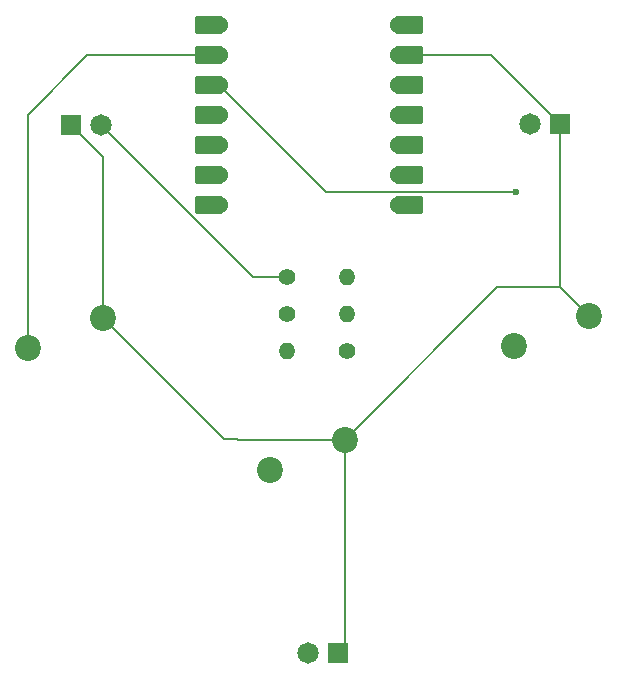
<source format=gbr>
%TF.GenerationSoftware,KiCad,Pcbnew,9.0.3-9.0.3-0~ubuntu24.04.1*%
%TF.CreationDate,2025-07-24T15:31:39-04:00*%
%TF.ProjectId,pathfinder,70617468-6669-46e6-9465-722e6b696361,rev?*%
%TF.SameCoordinates,Original*%
%TF.FileFunction,Copper,L1,Top*%
%TF.FilePolarity,Positive*%
%FSLAX46Y46*%
G04 Gerber Fmt 4.6, Leading zero omitted, Abs format (unit mm)*
G04 Created by KiCad (PCBNEW 9.0.3-9.0.3-0~ubuntu24.04.1) date 2025-07-24 15:31:39*
%MOMM*%
%LPD*%
G01*
G04 APERTURE LIST*
G04 Aperture macros list*
%AMRoundRect*
0 Rectangle with rounded corners*
0 $1 Rounding radius*
0 $2 $3 $4 $5 $6 $7 $8 $9 X,Y pos of 4 corners*
0 Add a 4 corners polygon primitive as box body*
4,1,4,$2,$3,$4,$5,$6,$7,$8,$9,$2,$3,0*
0 Add four circle primitives for the rounded corners*
1,1,$1+$1,$2,$3*
1,1,$1+$1,$4,$5*
1,1,$1+$1,$6,$7*
1,1,$1+$1,$8,$9*
0 Add four rect primitives between the rounded corners*
20,1,$1+$1,$2,$3,$4,$5,0*
20,1,$1+$1,$4,$5,$6,$7,0*
20,1,$1+$1,$6,$7,$8,$9,0*
20,1,$1+$1,$8,$9,$2,$3,0*%
G04 Aperture macros list end*
%TA.AperFunction,ComponentPad*%
%ADD10C,1.815000*%
%TD*%
%TA.AperFunction,ComponentPad*%
%ADD11R,1.815000X1.815000*%
%TD*%
%TA.AperFunction,ComponentPad*%
%ADD12C,1.400000*%
%TD*%
%TA.AperFunction,ComponentPad*%
%ADD13O,1.400000X1.400000*%
%TD*%
%TA.AperFunction,ComponentPad*%
%ADD14C,2.200000*%
%TD*%
%TA.AperFunction,SMDPad,CuDef*%
%ADD15RoundRect,0.152400X1.063600X0.609600X-1.063600X0.609600X-1.063600X-0.609600X1.063600X-0.609600X0*%
%TD*%
%TA.AperFunction,ComponentPad*%
%ADD16C,1.524000*%
%TD*%
%TA.AperFunction,SMDPad,CuDef*%
%ADD17RoundRect,0.152400X-1.063600X-0.609600X1.063600X-0.609600X1.063600X0.609600X-1.063600X0.609600X0*%
%TD*%
%TA.AperFunction,ViaPad*%
%ADD18C,0.600000*%
%TD*%
%TA.AperFunction,Conductor*%
%ADD19C,0.200000*%
%TD*%
G04 APERTURE END LIST*
D10*
%TO.P,D3,A*%
%TO.N,Net-(D3-PadA)*%
X202250000Y-40520000D03*
D11*
%TO.P,D3,C*%
%TO.N,GND*%
X204790000Y-40520000D03*
%TD*%
D10*
%TO.P,D1,A*%
%TO.N,Net-(D1-PadA)*%
X165900000Y-40640000D03*
D11*
%TO.P,D1,C*%
%TO.N,GND*%
X163360000Y-40640000D03*
%TD*%
D12*
%TO.P,R2,1*%
%TO.N,Net-(D2-PadA)*%
X181650000Y-56660000D03*
D13*
%TO.P,R2,2*%
%TO.N,led1*%
X186730000Y-56660000D03*
%TD*%
D10*
%TO.P,D2,A*%
%TO.N,Net-(D2-PadA)*%
X183450000Y-85330000D03*
D11*
%TO.P,D2,C*%
%TO.N,GND*%
X185990000Y-85330000D03*
%TD*%
D14*
%TO.P,  ,1,1*%
%TO.N,GND*%
X166040000Y-56920000D03*
%TO.P,  ,2,2*%
%TO.N,Net-(U1-GPIO27{slash}ADC1{slash}A1)*%
X159690000Y-59460000D03*
%TD*%
%TO.P,  ,1,1*%
%TO.N,GND*%
X186580000Y-67250000D03*
%TO.P,  ,2,2*%
%TO.N,Net-(U1-GPIO26{slash}ADC0{slash}A0)*%
X180230000Y-69790000D03*
%TD*%
D12*
%TO.P,R3,1*%
%TO.N,Net-(D3-PadA)*%
X186750000Y-59760000D03*
D13*
%TO.P,R3,2*%
%TO.N,led2*%
X181670000Y-59760000D03*
%TD*%
D12*
%TO.P,R1,1*%
%TO.N,Net-(D1-PadA)*%
X181650000Y-53510000D03*
D13*
%TO.P,R1,2*%
%TO.N,led0*%
X186730000Y-53510000D03*
%TD*%
D15*
%TO.P,  ,1,GPIO26/ADC0/A0*%
%TO.N,Net-(U1-GPIO26{slash}ADC0{slash}A0)*%
X175045000Y-32148500D03*
D16*
X175880000Y-32148500D03*
D15*
%TO.P,  ,2,GPIO27/ADC1/A1*%
%TO.N,Net-(U1-GPIO27{slash}ADC1{slash}A1)*%
X175045000Y-34688500D03*
D16*
X175880000Y-34688500D03*
D15*
%TO.P,  ,3,GPIO28/ADC2/A2*%
%TO.N,Net-(U1-GPIO28{slash}ADC2{slash}A2)*%
X175045000Y-37228500D03*
D16*
X175880000Y-37228500D03*
D15*
%TO.P,  ,4,GPIO29/ADC3/A3*%
%TO.N,led0*%
X175045000Y-39768500D03*
D16*
X175880000Y-39768500D03*
D15*
%TO.P,  ,5,GPIO6/SDA*%
%TO.N,led1*%
X175045000Y-42308500D03*
D16*
X175880000Y-42308500D03*
D15*
%TO.P,  ,6,GPIO7/SCL*%
%TO.N,led2*%
X175045000Y-44848500D03*
D16*
X175880000Y-44848500D03*
D15*
%TO.P,  ,7,GPIO0/TX*%
%TO.N,unconnected-(U1-GPIO0{slash}TX-Pad7)*%
X175045000Y-47388500D03*
D16*
X175880000Y-47388500D03*
%TO.P,  ,8,GPIO1/RX*%
%TO.N,unconnected-(U1-GPIO1{slash}RX-Pad8)*%
X191120000Y-47388500D03*
D17*
X191955000Y-47388500D03*
D16*
%TO.P,  ,9,GPIO2/SCK*%
%TO.N,unconnected-(U1-GPIO2{slash}SCK-Pad9)*%
X191120000Y-44848500D03*
D17*
X191955000Y-44848500D03*
D16*
%TO.P,  ,10,GPIO4/MISO*%
%TO.N,unconnected-(U1-GPIO4{slash}MISO-Pad10)*%
X191120000Y-42308500D03*
D17*
X191955000Y-42308500D03*
D16*
%TO.P,  ,11,GPIO3/MOSI*%
%TO.N,unconnected-(U1-GPIO3{slash}MOSI-Pad11)*%
X191120000Y-39768500D03*
D17*
X191955000Y-39768500D03*
D16*
%TO.P,  ,12,3V3*%
%TO.N,unconnected-(U1-3V3-Pad12)*%
X191120000Y-37228500D03*
D17*
X191955000Y-37228500D03*
D16*
%TO.P,  ,13,GND*%
%TO.N,GND*%
X191120000Y-34688500D03*
D17*
X191955000Y-34688500D03*
D16*
%TO.P,  ,14,VBUS*%
%TO.N,unconnected-(U1-VBUS-Pad14)*%
X191120000Y-32148500D03*
D17*
X191955000Y-32148500D03*
%TD*%
D14*
%TO.P,  ,1,1*%
%TO.N,GND*%
X207220000Y-56800000D03*
%TO.P,  ,2,2*%
%TO.N,Net-(U1-GPIO28{slash}ADC2{slash}A2)*%
X200870000Y-59340000D03*
%TD*%
D18*
%TO.N,Net-(U1-GPIO28{slash}ADC2{slash}A2)*%
X201035200Y-46257900D03*
%TD*%
D19*
%TO.N,Net-(D1-PadA)*%
X178770000Y-53510000D02*
X181650000Y-53510000D01*
X165900000Y-40640000D02*
X178770000Y-53510000D01*
%TO.N,GND*%
X198958000Y-34688500D02*
X204790000Y-40520000D01*
X177450000Y-67200000D02*
X177500000Y-67250000D01*
X204790000Y-40520000D02*
X204790000Y-54370000D01*
X191955000Y-34688500D02*
X198958000Y-34688500D01*
X186580000Y-67250000D02*
X199460000Y-54370000D01*
X186580000Y-84740000D02*
X186580000Y-67250000D01*
X177500000Y-67250000D02*
X186580000Y-67250000D01*
X165900000Y-56780000D02*
X166040000Y-56920000D01*
X166040000Y-43320000D02*
X163360000Y-40640000D01*
X204790000Y-54370000D02*
X207220000Y-56800000D01*
X191120000Y-34688500D02*
X191955000Y-34688500D01*
X176320000Y-67200000D02*
X177450000Y-67200000D01*
X185990000Y-85330000D02*
X186580000Y-84740000D01*
X166040000Y-56920000D02*
X176320000Y-67200000D01*
X199460000Y-54370000D02*
X204790000Y-54370000D01*
X166040000Y-56920000D02*
X166040000Y-43320000D01*
%TO.N,led0*%
X175880000Y-39768500D02*
X175045000Y-39768500D01*
%TO.N,led1*%
X175880000Y-42308500D02*
X175045000Y-42308500D01*
%TO.N,led2*%
X175045000Y-44848500D02*
X175880000Y-44848500D01*
%TO.N,Net-(U1-GPIO27{slash}ADC1{slash}A1)*%
X164742000Y-34688500D02*
X175045000Y-34688500D01*
X159690000Y-39740000D02*
X164742000Y-34688500D01*
X159690000Y-59460000D02*
X159690000Y-39740000D01*
X175045000Y-34688500D02*
X175880000Y-34688500D01*
%TO.N,Net-(U1-GPIO26{slash}ADC0{slash}A0)*%
X175880000Y-32148500D02*
X175045000Y-32148500D01*
%TO.N,Net-(U1-GPIO28{slash}ADC2{slash}A2)*%
X175045000Y-37228500D02*
X175880000Y-37228500D01*
X200870000Y-46423100D02*
X201035200Y-46257900D01*
X201035200Y-46257900D02*
X200870000Y-46423100D01*
X184909400Y-46257900D02*
X201035200Y-46257900D01*
X175880000Y-37228500D02*
X184909400Y-46257900D01*
%TO.N,unconnected-(U1-GPIO3{slash}MOSI-Pad11)*%
X191120000Y-39768500D02*
X191955000Y-39768500D01*
%TO.N,unconnected-(U1-VBUS-Pad14)*%
X191955000Y-32148500D02*
X191120000Y-32148500D01*
%TO.N,unconnected-(U1-GPIO1{slash}RX-Pad8)*%
X191955000Y-47388500D02*
X191120000Y-47388500D01*
%TO.N,unconnected-(U1-3V3-Pad12)*%
X191120000Y-37228500D02*
X191955000Y-37228500D01*
%TO.N,unconnected-(U1-GPIO0{slash}TX-Pad7)*%
X175045000Y-47388500D02*
X175880000Y-47388500D01*
%TO.N,unconnected-(U1-GPIO4{slash}MISO-Pad10)*%
X191120000Y-42308500D02*
X191955000Y-42308500D01*
%TO.N,unconnected-(U1-GPIO2{slash}SCK-Pad9)*%
X191955000Y-44848500D02*
X191120000Y-44848500D01*
%TD*%
M02*

</source>
